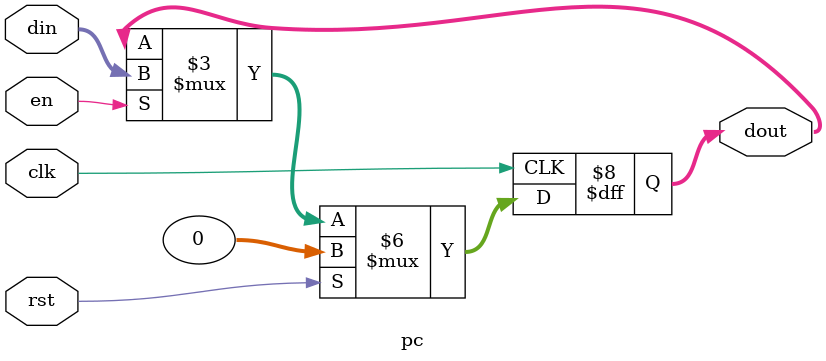
<source format=v>
`timescale 1ns / 1ps


module pc # (
    parameter DATA_WIDTH = 32
)(
    input clk, rst, en,
    input [DATA_WIDTH-1:0] din,
    output reg [DATA_WIDTH-1:0] dout
);
    always @ (posedge clk) begin
        if (rst) begin
            dout <= 0;
        end else if (en) begin
            dout <= din;
        end else begin
            dout <= dout;
        end
    end
endmodule

</source>
